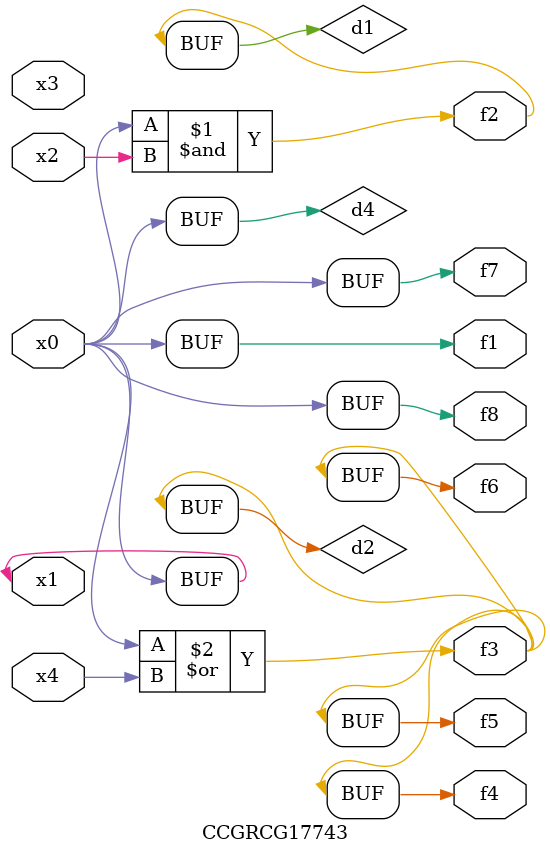
<source format=v>
module CCGRCG17743(
	input x0, x1, x2, x3, x4,
	output f1, f2, f3, f4, f5, f6, f7, f8
);

	wire d1, d2, d3, d4;

	and (d1, x0, x2);
	or (d2, x0, x4);
	nand (d3, x0, x2);
	buf (d4, x0, x1);
	assign f1 = d4;
	assign f2 = d1;
	assign f3 = d2;
	assign f4 = d2;
	assign f5 = d2;
	assign f6 = d2;
	assign f7 = d4;
	assign f8 = d4;
endmodule

</source>
